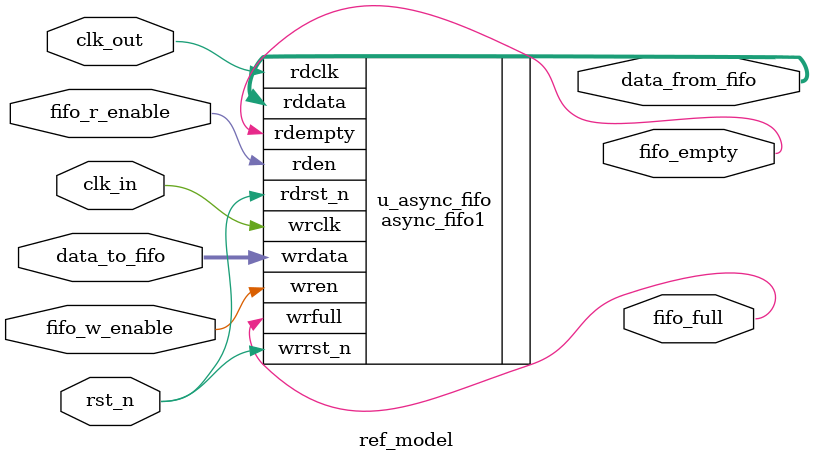
<source format=sv>
module ref_model (
    input         clk_in,         // Write clock
    input         clk_out,        // Read clock
    input         rst_n,          // Async reset (active low)
    input         fifo_w_enable,  // Write enable
    input         fifo_r_enable,  // Read enable
    input  [139:0] data_to_fifo,   // Write data
    output [139:0] data_from_fifo, // Read data
    output        fifo_empty,     // Empty flag
    output        fifo_full       // Full flag
);
    async_fifo1 #(
        .DATA_WIDTH(140),
        .ADDR_WIDTH(4)
    ) u_async_fifo (
    //Write clock domain
        .wrclk(clk_in)   ,//写时钟
        .wrrst_n(rst_n) ,//写侧复位，异步复位，低有效
        .wren(fifo_w_enable)    ,//写使能
        .wrdata(data_to_fifo)  ,//写数据输入
        .wrfull(fifo_full)  ,//写侧满标志
        .rdclk(clk_out)   ,//读时钟
        .rdrst_n(rst_n) ,//读侧复位，异步复位，低有效
        .rden(fifo_r_enable)    ,//读使能
        .rddata(data_from_fifo)  ,//读数据输出
        .rdempty(fifo_empty) //读侧空标志
);	
endmodule
</source>
